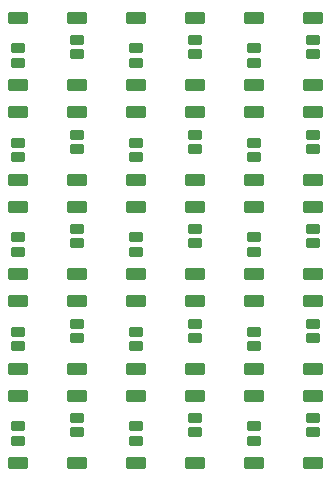
<source format=gtp>
%TF.GenerationSoftware,KiCad,Pcbnew,8.0.5*%
%TF.CreationDate,2024-10-25T17:28:07+08:00*%
%TF.ProjectId,LED_SMT_5730_5S6P_15W,4c45445f-534d-4545-9f35-3733305f3553,rev?*%
%TF.SameCoordinates,Original*%
%TF.FileFunction,Paste,Top*%
%TF.FilePolarity,Positive*%
%FSLAX46Y46*%
G04 Gerber Fmt 4.6, Leading zero omitted, Abs format (unit mm)*
G04 Created by KiCad (PCBNEW 8.0.5) date 2024-10-25 17:28:07*
%MOMM*%
%LPD*%
G01*
G04 APERTURE LIST*
G04 Aperture macros list*
%AMRoundRect*
0 Rectangle with rounded corners*
0 $1 Rounding radius*
0 $2 $3 $4 $5 $6 $7 $8 $9 X,Y pos of 4 corners*
0 Add a 4 corners polygon primitive as box body*
4,1,4,$2,$3,$4,$5,$6,$7,$8,$9,$2,$3,0*
0 Add four circle primitives for the rounded corners*
1,1,$1+$1,$2,$3*
1,1,$1+$1,$4,$5*
1,1,$1+$1,$6,$7*
1,1,$1+$1,$8,$9*
0 Add four rect primitives between the rounded corners*
20,1,$1+$1,$2,$3,$4,$5,0*
20,1,$1+$1,$4,$5,$6,$7,0*
20,1,$1+$1,$6,$7,$8,$9,0*
20,1,$1+$1,$8,$9,$2,$3,0*%
G04 Aperture macros list end*
%ADD10RoundRect,0.225000X-0.375000X0.225000X-0.375000X-0.225000X0.375000X-0.225000X0.375000X0.225000X0*%
%ADD11RoundRect,0.250000X-0.600000X0.300000X-0.600000X-0.300000X0.600000X-0.300000X0.600000X0.300000X0*%
%ADD12RoundRect,0.225000X0.375000X-0.225000X0.375000X0.225000X-0.375000X0.225000X-0.375000X-0.225000X0*%
%ADD13RoundRect,0.250000X0.600000X-0.300000X0.600000X0.300000X-0.600000X0.300000X-0.600000X-0.300000X0*%
G04 APERTURE END LIST*
D10*
%TO.C,LED11*%
X120000000Y-99750000D03*
X120000000Y-100950000D03*
D11*
X120000000Y-97150000D03*
X120000000Y-102850000D03*
%TD*%
D12*
%TO.C,LED22*%
X125000000Y-124250000D03*
X125000000Y-123050000D03*
D13*
X125000000Y-126850000D03*
X125000000Y-121150000D03*
%TD*%
D12*
%TO.C,LED30*%
X115000000Y-100250000D03*
X115000000Y-99050000D03*
D13*
X115000000Y-102850000D03*
X115000000Y-97150000D03*
%TD*%
D10*
%TO.C,LED5*%
X100000000Y-131750000D03*
X100000000Y-132950000D03*
D11*
X100000000Y-129150000D03*
X100000000Y-134850000D03*
%TD*%
D10*
%TO.C,LED10*%
X110000000Y-131750000D03*
X110000000Y-132950000D03*
D11*
X110000000Y-129150000D03*
X110000000Y-134850000D03*
%TD*%
D12*
%TO.C,LED20*%
X105000000Y-100250000D03*
X105000000Y-99050000D03*
D13*
X105000000Y-102850000D03*
X105000000Y-97150000D03*
%TD*%
D10*
%TO.C,LED9*%
X110000000Y-123750000D03*
X110000000Y-124950000D03*
D11*
X110000000Y-121150000D03*
X110000000Y-126850000D03*
%TD*%
D12*
%TO.C,LED23*%
X125000000Y-116250000D03*
X125000000Y-115050000D03*
D13*
X125000000Y-118850000D03*
X125000000Y-113150000D03*
%TD*%
D10*
%TO.C,LED1*%
X100000000Y-99750000D03*
X100000000Y-100950000D03*
D11*
X100000000Y-97150000D03*
X100000000Y-102850000D03*
%TD*%
D10*
%TO.C,LED3*%
X100000000Y-115750000D03*
X100000000Y-116950000D03*
D11*
X100000000Y-113150000D03*
X100000000Y-118850000D03*
%TD*%
D12*
%TO.C,LED27*%
X115000000Y-124250000D03*
X115000000Y-123050000D03*
D13*
X115000000Y-126850000D03*
X115000000Y-121150000D03*
%TD*%
D12*
%TO.C,LED16*%
X105000000Y-132250000D03*
X105000000Y-131050000D03*
D13*
X105000000Y-134850000D03*
X105000000Y-129150000D03*
%TD*%
D10*
%TO.C,LED2*%
X100000000Y-107750000D03*
X100000000Y-108950000D03*
D11*
X100000000Y-105150000D03*
X100000000Y-110850000D03*
%TD*%
D12*
%TO.C,LED28*%
X115000000Y-116250000D03*
X115000000Y-115050000D03*
D13*
X115000000Y-118850000D03*
X115000000Y-113150000D03*
%TD*%
D12*
%TO.C,LED26*%
X115000000Y-132250000D03*
X115000000Y-131050000D03*
D13*
X115000000Y-134850000D03*
X115000000Y-129150000D03*
%TD*%
D12*
%TO.C,LED17*%
X105000000Y-124250000D03*
X105000000Y-123050000D03*
D13*
X105000000Y-126850000D03*
X105000000Y-121150000D03*
%TD*%
D10*
%TO.C,LED14*%
X120000000Y-123750000D03*
X120000000Y-124950000D03*
D11*
X120000000Y-121150000D03*
X120000000Y-126850000D03*
%TD*%
D10*
%TO.C,LED8*%
X110000000Y-115750000D03*
X110000000Y-116950000D03*
D11*
X110000000Y-113150000D03*
X110000000Y-118850000D03*
%TD*%
D12*
%TO.C,LED19*%
X105000000Y-108250000D03*
X105000000Y-107050000D03*
D13*
X105000000Y-110850000D03*
X105000000Y-105150000D03*
%TD*%
D10*
%TO.C,LED12*%
X120000000Y-107750000D03*
X120000000Y-108950000D03*
D11*
X120000000Y-105150000D03*
X120000000Y-110850000D03*
%TD*%
D10*
%TO.C,LED7*%
X110000000Y-107750000D03*
X110000000Y-108950000D03*
D11*
X110000000Y-105150000D03*
X110000000Y-110850000D03*
%TD*%
D10*
%TO.C,LED4*%
X100000000Y-123750000D03*
X100000000Y-124950000D03*
D11*
X100000000Y-121150000D03*
X100000000Y-126850000D03*
%TD*%
D12*
%TO.C,LED29*%
X115000000Y-108250000D03*
X115000000Y-107050000D03*
D13*
X115000000Y-110850000D03*
X115000000Y-105150000D03*
%TD*%
D10*
%TO.C,LED15*%
X120000000Y-131750000D03*
X120000000Y-132950000D03*
D11*
X120000000Y-129150000D03*
X120000000Y-134850000D03*
%TD*%
D12*
%TO.C,LED24*%
X125000000Y-108250000D03*
X125000000Y-107050000D03*
D13*
X125000000Y-110850000D03*
X125000000Y-105150000D03*
%TD*%
D10*
%TO.C,LED6*%
X110000000Y-99750000D03*
X110000000Y-100950000D03*
D11*
X110000000Y-97150000D03*
X110000000Y-102850000D03*
%TD*%
D12*
%TO.C,LED21*%
X125000000Y-132250000D03*
X125000000Y-131050000D03*
D13*
X125000000Y-134850000D03*
X125000000Y-129150000D03*
%TD*%
D12*
%TO.C,LED18*%
X105000000Y-116250000D03*
X105000000Y-115050000D03*
D13*
X105000000Y-118850000D03*
X105000000Y-113150000D03*
%TD*%
D12*
%TO.C,LED25*%
X125000000Y-100250000D03*
X125000000Y-99050000D03*
D13*
X125000000Y-102850000D03*
X125000000Y-97150000D03*
%TD*%
D10*
%TO.C,LED13*%
X120000000Y-115750000D03*
X120000000Y-116950000D03*
D11*
X120000000Y-113150000D03*
X120000000Y-118850000D03*
%TD*%
M02*

</source>
